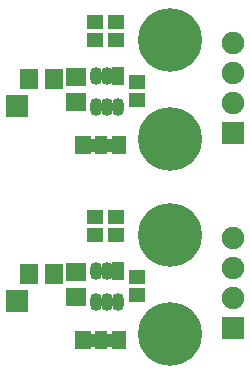
<source format=gts>
%FSLAX45Y45*%
G04 Gerber Fmt 4.5, Leading zero omitted, Abs format (unit mm)*
G04 Created by KiCad (PCBNEW (2014-07-12 BZR 4289 GOST-COMMITTERS)-product) date 15.03.2017 23:16:08*
%MOMM*%
G01*
G04 APERTURE LIST*
%ADD10C,0.150000*%
%ADD11C,1.100000*%
%ADD12C,1.900000*%
%ADD13R,1.400000X1.300000*%
%ADD14R,1.500000X1.800000*%
%ADD15R,1.416000X1.289000*%
%ADD16R,1.400000X1.500000*%
%ADD17R,1.100000X1.500000*%
%ADD18R,1.300000X1.500000*%
%ADD19R,1.900000X1.900000*%
%ADD20R,1.035000X1.499820*%
%ADD21O,1.035000X1.499820*%
%ADD22R,1.800000X1.500000*%
%ADD23C,5.400000*%
G04 APERTURE END LIST*
D10*
D11*
X10746600Y-9526000D02*
X11036600Y-9526000D01*
X10746600Y-11176000D02*
X11036600Y-11176000D01*
D12*
X12014200Y-8662400D03*
D13*
X11023600Y-8635800D03*
X11023600Y-8485800D03*
D14*
X10286800Y-8967200D03*
X10496800Y-8967200D03*
D15*
X10845800Y-8484600D03*
X10845800Y-8637000D03*
D16*
X10741600Y-9526000D03*
D17*
X10896600Y-9526000D03*
D18*
X11051600Y-9526000D03*
D19*
X10185400Y-9195800D03*
D20*
X11042396Y-8938752D03*
D21*
X10947400Y-8938752D03*
X10852404Y-8938752D03*
X10852404Y-9198848D03*
X10947400Y-9198848D03*
X11042396Y-9198848D03*
D15*
X11201400Y-9145000D03*
X11201400Y-8992600D03*
D22*
X10685600Y-8950600D03*
X10685600Y-9160600D03*
D23*
X11480800Y-8637000D03*
X11480800Y-9475200D03*
D12*
X12014200Y-8916400D03*
D19*
X12014200Y-9424400D03*
D12*
X12014200Y-9170400D03*
X12014200Y-10566400D03*
D19*
X12014200Y-11074400D03*
D12*
X12014200Y-10820400D03*
D23*
X11480800Y-11125200D03*
X11480800Y-10287000D03*
D22*
X10685600Y-10600600D03*
X10685600Y-10810600D03*
D15*
X11201400Y-10795000D03*
X11201400Y-10642600D03*
D20*
X11042396Y-10588752D03*
D21*
X10947400Y-10588752D03*
X10852404Y-10588752D03*
X10852404Y-10848848D03*
X10947400Y-10848848D03*
X11042396Y-10848848D03*
D19*
X10185400Y-10845800D03*
D16*
X10741600Y-11176000D03*
D17*
X10896600Y-11176000D03*
D18*
X11051600Y-11176000D03*
D15*
X10845800Y-10134600D03*
X10845800Y-10287000D03*
D14*
X10286800Y-10617200D03*
X10496800Y-10617200D03*
D13*
X11023600Y-10285800D03*
X11023600Y-10135800D03*
D12*
X12014200Y-10312400D03*
M02*

</source>
